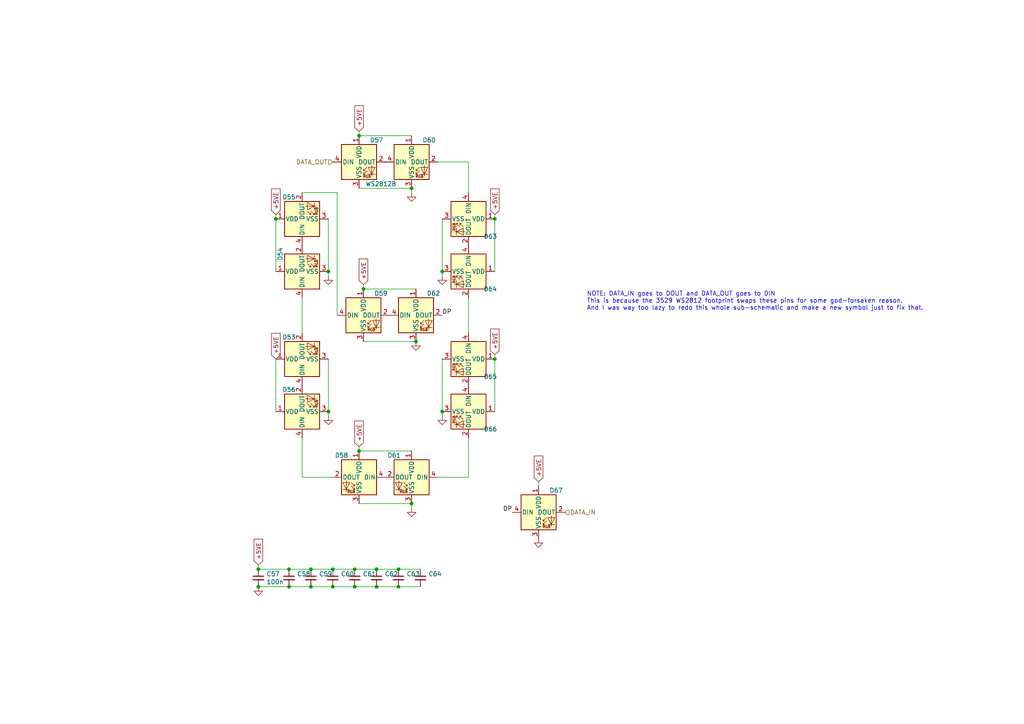
<source format=kicad_sch>
(kicad_sch (version 20230121) (generator eeschema)
  (paper "A4")
  (lib_symbols
    (symbol "Device:C_Small" (pin_numbers hide) (pin_names (offset 0.254) hide)
      (property "Reference" "C" (at 0.254 1.778 0))
      (property "Value" "C_Small" (at 0.254 -2.032 0))
      (symbol "C_Small_0_1"
        (polyline (pts (xy -1.524 -0.508) (xy 1.524 -0.508)) (stroke (width 0.3302)))
        (polyline (pts (xy -1.524 0.508) (xy 1.524 0.508)) (stroke (width 0.3048)))
      )
      (symbol "C_Small_1_1"
        (pin passive line (at 0 2.54 270) (length 2.032) (name "~") (number "1"))
        (pin passive line (at 0 -2.54 90) (length 2.032) (name "~") (number "2"))
      )
    )
    (symbol "LED:WS2812B" (pin_names (offset 0.254))
      (property "Reference" "D" (at 5.08 5.715 0))
      (property "Value" "WS2812B" (at 1.27 -5.715 0))
      (symbol "WS2812B_0_0"
        (text "RGB" (at 2.286 -4.191 0) (effects (font (size 0.762 0.762))))
      )
      (symbol "WS2812B_0_1"
        (polyline (pts (xy 1.27 -3.556) (xy 1.778 -3.556)))
        (polyline (pts (xy 1.27 -2.54) (xy 1.778 -2.54)))
        (polyline (pts (xy 4.699 -3.556) (xy 2.667 -3.556)))
        (polyline (pts (xy 2.286 -2.54) (xy 1.27 -3.556) (xy 1.27 -3.048)))
        (polyline (pts (xy 2.286 -1.524) (xy 1.27 -2.54) (xy 1.27 -2.032)))
        (polyline (pts (xy 3.683 -1.016) (xy 3.683 -3.556) (xy 3.683 -4.064)))
        (polyline (pts (xy 4.699 -1.524) (xy 2.667 -1.524) (xy 3.683 -3.556) (xy 4.699 -1.524)))
        (rectangle (start 5.08 5.08) (end -5.08 -5.08) (stroke (width 0.254)) (fill (type background)))
      )
      (symbol "WS2812B_1_1"
        (pin power_in line (at 0 7.62 270) (length 2.54) (name "VDD") (number "1"))
        (pin output line (at 7.62 0 180) (length 2.54) (name "DOUT") (number "2"))
        (pin power_in line (at 0 -7.62 90) (length 2.54) (name "VSS") (number "3"))
        (pin input line (at -7.62 0 0) (length 2.54) (name "DIN") (number "4"))
      )
    )
    (symbol "power:GND" (power) (pin_names (offset 0))
      (property "Value" "GND" (at 0 -3.81 0))
      (symbol "GND_0_1"
        (polyline (pts (xy 0 0) (xy 0 -1.27) (xy 1.27 -1.27) (xy 0 -2.54) (xy -1.27 -1.27) (xy 0 -1.27)))
      )
      (symbol "GND_1_1"
        (pin power_in line (at 0 0 270) (length 0) hide (name "GND") (number "1"))
      )
    )
  )
  (junction (at 105.41 83.82))
  (junction (at 128.27 119.38))
  (junction (at 119.38 54.61))
  (junction (at 115.57 170.18))
  (junction (at 102.87 165.1))
  (junction (at 128.27 78.74))
  (junction (at 143.51 63.5))
  (junction (at 90.17 165.1))
  (junction (at 119.38 146.05))
  (junction (at 96.52 165.1))
  (junction (at 74.93 170.18))
  (junction (at 95.25 119.38))
  (junction (at 83.82 170.18))
  (junction (at 83.82 165.1))
  (junction (at 104.14 39.37))
  (junction (at 95.25 78.74))
  (junction (at 102.87 170.18))
  (junction (at 96.52 170.18))
  (junction (at 109.22 170.18))
  (junction (at 109.22 165.1))
  (junction (at 80.01 63.5))
  (junction (at 90.17 170.18))
  (junction (at 104.14 130.81))
  (junction (at 143.51 104.14))
  (junction (at 115.57 165.1))
  (junction (at 120.65 99.06))
  (junction (at 74.93 165.1))
  (wire (pts (xy 74.93 165.1) (xy 83.82 165.1)))
  (wire (pts (xy 135.89 86.36) (xy 135.89 96.52)))
  (wire (pts (xy 87.63 138.43) (xy 87.63 127)))
  (wire (pts (xy 96.52 170.18) (xy 102.87 170.18)))
  (wire (pts (xy 87.63 55.88) (xy 97.79 55.88)))
  (wire (pts (xy 104.14 129.54) (xy 104.14 130.81)))
  (wire (pts (xy 80.01 62.23) (xy 80.01 63.5)))
  (wire (pts (xy 80.01 78.74) (xy 80.01 63.5)))
  (wire (pts (xy 135.89 127) (xy 135.89 138.43)))
  (wire (pts (xy 96.52 138.43) (xy 87.63 138.43)))
  (wire (pts (xy 104.14 130.81) (xy 119.38 130.81)))
  (wire (pts (xy 127 46.99) (xy 135.89 46.99)))
  (wire (pts (xy 104.14 39.37) (xy 119.38 39.37)))
  (wire (pts (xy 109.22 165.1) (xy 115.57 165.1)))
  (wire (pts (xy 128.27 104.14) (xy 128.27 119.38)))
  (wire (pts (xy 115.57 170.18) (xy 121.92 170.18)))
  (wire (pts (xy 95.25 78.74) (xy 95.25 63.5)))
  (wire (pts (xy 90.17 165.1) (xy 96.52 165.1)))
  (wire (pts (xy 97.79 91.44) (xy 97.79 55.88)))
  (wire (pts (xy 143.51 62.23) (xy 143.51 63.5)))
  (wire (pts (xy 83.82 165.1) (xy 90.17 165.1)))
  (wire (pts (xy 135.89 46.99) (xy 135.89 55.88)))
  (wire (pts (xy 87.63 86.36) (xy 87.63 96.52)))
  (wire (pts (xy 143.51 102.87) (xy 143.51 104.14)))
  (wire (pts (xy 90.17 170.18) (xy 96.52 170.18)))
  (wire (pts (xy 143.51 104.14) (xy 143.51 119.38)))
  (wire (pts (xy 115.57 165.1) (xy 121.92 165.1)))
  (wire (pts (xy 104.14 54.61) (xy 119.38 54.61)))
  (wire (pts (xy 102.87 165.1) (xy 109.22 165.1)))
  (wire (pts (xy 83.82 170.18) (xy 90.17 170.18)))
  (wire (pts (xy 156.21 139.7) (xy 156.21 140.97)))
  (wire (pts (xy 74.93 163.83) (xy 74.93 165.1)))
  (wire (pts (xy 95.25 119.38) (xy 95.25 120.65)))
  (wire (pts (xy 104.14 38.1) (xy 104.14 39.37)))
  (wire (pts (xy 119.38 54.61) (xy 119.38 55.88)))
  (wire (pts (xy 80.01 119.38) (xy 80.01 104.14)))
  (wire (pts (xy 119.38 146.05) (xy 104.14 146.05)))
  (wire (pts (xy 95.25 78.74) (xy 95.25 80.01)))
  (wire (pts (xy 74.93 170.18) (xy 83.82 170.18)))
  (wire (pts (xy 143.51 63.5) (xy 143.51 78.74)))
  (wire (pts (xy 109.22 170.18) (xy 115.57 170.18)))
  (wire (pts (xy 119.38 146.05) (xy 119.38 147.32)))
  (wire (pts (xy 105.41 82.55) (xy 105.41 83.82)))
  (wire (pts (xy 102.87 170.18) (xy 109.22 170.18)))
  (wire (pts (xy 135.89 138.43) (xy 127 138.43)))
  (wire (pts (xy 105.41 99.06) (xy 120.65 99.06)))
  (wire (pts (xy 105.41 83.82) (xy 120.65 83.82)))
  (wire (pts (xy 128.27 63.5) (xy 128.27 78.74)))
  (wire (pts (xy 128.27 119.38) (xy 128.27 120.65)))
  (wire (pts (xy 96.52 165.1) (xy 102.87 165.1)))
  (wire (pts (xy 95.25 119.38) (xy 95.25 104.14)))
  (wire (pts (xy 128.27 78.74) (xy 128.27 80.01)))
  (text "NOTE: DATA_IN goes to DOUT and DATA_OUT goes to DIN\nThis is because the 3529 WS2812 footprint swaps these pins for some god-forsaken reason.\nAnd I was way too lazy to redo this whole sub-schematic and make a new symbol just to fix that." (at 170.18 90.17 0) (effects (font (size 1.27 1.27)) (justify left bottom)))
  (label "DP" (at 148.59 148.59 180))
  (label "DP" (at 128.27 91.44 0))
  (global_label "+5VE" (shape input) (at 80.01 62.23 90) (property "Intersheetrefs" "${INTERSHEET_REFS}" (effects hide)))
  (global_label "+5VE" (shape input) (at 105.41 82.55 90) (property "Intersheetrefs" "${INTERSHEET_REFS}" (effects hide)))
  (global_label "+5VE" (shape input) (at 74.93 163.83 90) (property "Intersheetrefs" "${INTERSHEET_REFS}" (effects hide)))
  (global_label "+5VE" (shape input) (at 80.01 104.14 90) (property "Intersheetrefs" "${INTERSHEET_REFS}" (effects hide)))
  (global_label "+5VE" (shape input) (at 104.14 129.54 90) (property "Intersheetrefs" "${INTERSHEET_REFS}" (effects hide)))
  (global_label "+5VE" (shape input) (at 156.21 139.7 90) (property "Intersheetrefs" "${INTERSHEET_REFS}" (effects hide)))
  (global_label "+5VE" (shape input) (at 143.51 102.87 90) (property "Intersheetrefs" "${INTERSHEET_REFS}" (effects hide)))
  (global_label "+5VE" (shape input) (at 143.51 62.23 90) (property "Intersheetrefs" "${INTERSHEET_REFS}" (effects hide)))
  (global_label "+5VE" (shape input) (at 104.14 38.1 90) (property "Intersheetrefs" "${INTERSHEET_REFS}" (effects hide)))
  (hierarchical_label "DATA_OUT" (shape input) (at 96.52 46.99 180))
  (hierarchical_label "DATA_IN" (shape input) (at 163.83 148.59 0))
  (symbol (lib_id "power:GND") (at 128.27 120.65 0) (mirror y) (unit 1)
    (property "Reference" "#PWR0143" (effects hide))
    (property "Value" "GND" (effects hide))
    (instances (project "PCB" (path "" (reference "#PWR0143") (unit 1)) (path "" (reference "#PWR0133") (unit 1)) (path "" (reference "#PWR0153") (unit 1)) (path "" (reference "#PWR0163") (unit 1)) (path "" (reference "#PWR0173") (unit 1)) (path "" (reference "#PWR0183") (unit 1))))
  )
  (symbol (lib_id "LED:WS2812B") (at 156.21 148.59 0) (unit 1)
    (property "Reference" "D67" (at 161.29 142.24 0))
    (property "Value" "WS2812B" (effects hide))
    (property "Footprint" "LED_SMD:LED_WS2812B_PLCC4_5.0x5.0mm_P3.2mm" (effects hide))
    (property "Datasheet" "https://cdn-shop.adafruit.com/datasheets/WS2812B.pdf" (effects hide))
    (instances (project "PCB" (path "" (reference "D67") (unit 1)) (path "" (reference "D52") (unit 1)) (path "" (reference "D82") (unit 1)) (path "" (reference "D97") (unit 1)) (path "" (reference "D112") (unit 1)) (path "" (reference "D127") (unit 1))))
  )
  (symbol (lib_id "Device:C_Small") (at 102.87 167.64 0) (unit 1)
    (property "Reference" "C61" (at 105.2068 166.4716 0) (effects (justify left)))
    (property "Value" "100n" (effects hide))
    (property "Footprint" "Capacitor_SMD:C_0402_1005Metric" (effects hide))
    (property "LCSC" "C307331" (effects hide))
    (instances (project "PCB" (path "" (reference "C61") (unit 1)) (path "" (reference "C53") (unit 1)) (path "" (reference "C69") (unit 1)) (path "" (reference "C77") (unit 1)) (path "" (reference "C85") (unit 1)) (path "" (reference "C93") (unit 1))))
  )
  (symbol (lib_id "LED:WS2812B") (at 120.65 91.44 0) (unit 1)
    (property "Reference" "D62" (at 125.73 85.09 0))
    (property "Value" "WS2812B" (effects hide))
    (property "Footprint" "LED_SMD:LED_WS2812B_PLCC4_5.0x5.0mm_P3.2mm" (effects hide))
    (property "Datasheet" "https://cdn-shop.adafruit.com/datasheets/WS2812B.pdf" (effects hide))
    (instances (project "PCB" (path "" (reference "D62") (unit 1)) (path "" (reference "D47") (unit 1)) (path "" (reference "D77") (unit 1)) (path "" (reference "D92") (unit 1)) (path "" (reference "D107") (unit 1)) (path "" (reference "D122") (unit 1))))
  )
  (symbol (lib_id "LED:WS2812B") (at 104.14 46.99 0) (unit 1)
    (property "Reference" "D57" (at 109.22 40.64 0))
    (property "Value" "WS2812B" (at 110.49 53.34 0))
    (property "Footprint" "LED_SMD:LED_WS2812B_PLCC4_5.0x5.0mm_P3.2mm" (effects hide))
    (property "Datasheet" "https://cdn-shop.adafruit.com/datasheets/WS2812B.pdf" (effects hide))
    (instances (project "PCB" (path "" (reference "D57") (unit 1)) (path "" (reference "D42") (unit 1)) (path "" (reference "D72") (unit 1)) (path "" (reference "D87") (unit 1)) (path "" (reference "D102") (unit 1)) (path "" (reference "D117") (unit 1))))
  )
  (symbol (lib_id "power:GND") (at 119.38 55.88 0) (mirror y) (unit 1)
    (property "Reference" "#PWR0145" (effects hide))
    (property "Value" "GND" (effects hide))
    (instances (project "PCB" (path "" (reference "#PWR0145") (unit 1)) (path "" (reference "#PWR0135") (unit 1)) (path "" (reference "#PWR0155") (unit 1)) (path "" (reference "#PWR0165") (unit 1)) (path "" (reference "#PWR0175") (unit 1)) (path "" (reference "#PWR0185") (unit 1))))
  )
  (symbol (lib_id "LED:WS2812B") (at 135.89 119.38 270) (unit 1)
    (property "Reference" "D66" (at 142.24 124.46 90))
    (property "Value" "WS2812B" (effects hide))
    (property "Footprint" "LED_SMD:LED_WS2812B_PLCC4_5.0x5.0mm_P3.2mm" (effects hide))
    (property "Datasheet" "https://cdn-shop.adafruit.com/datasheets/WS2812B.pdf" (effects hide))
    (instances (project "PCB" (path "" (reference "D66") (unit 1)) (path "" (reference "D51") (unit 1)) (path "" (reference "D81") (unit 1)) (path "" (reference "D96") (unit 1)) (path "" (reference "D111") (unit 1)) (path "" (reference "D126") (unit 1))))
  )
  (symbol (lib_id "power:GND") (at 128.27 80.01 0) (mirror y) (unit 1)
    (property "Reference" "#PWR0144" (effects hide))
    (property "Value" "GND" (effects hide))
    (instances (project "PCB" (path "" (reference "#PWR0144") (unit 1)) (path "" (reference "#PWR0134") (unit 1)) (path "" (reference "#PWR0154") (unit 1)) (path "" (reference "#PWR0164") (unit 1)) (path "" (reference "#PWR0174") (unit 1)) (path "" (reference "#PWR0184") (unit 1))))
  )
  (symbol (lib_id "power:GND") (at 119.38 147.32 0) (mirror y) (unit 1)
    (property "Reference" "#PWR0146" (effects hide))
    (property "Value" "GND" (effects hide))
    (instances (project "PCB" (path "" (reference "#PWR0146") (unit 1)) (path "" (reference "#PWR0136") (unit 1)) (path "" (reference "#PWR0156") (unit 1)) (path "" (reference "#PWR0166") (unit 1)) (path "" (reference "#PWR0176") (unit 1)) (path "" (reference "#PWR0186") (unit 1))))
  )
  (symbol (lib_id "LED:WS2812B") (at 87.63 104.14 90) (unit 1)
    (property "Reference" "D55" (at 83.82 57.15 90))
    (property "Value" "WS2812B" (effects hide))
    (property "Footprint" "LED_SMD:LED_WS2812B_PLCC4_5.0x5.0mm_P3.2mm" (effects hide))
    (property "Datasheet" "https://cdn-shop.adafruit.com/datasheets/WS2812B.pdf" (effects hide))
    (instances (project "PCB" (path "" (reference "D55") (unit 1)) (path "" (reference "D40") (unit 1)) (path "" (reference "D70") (unit 1)) (path "" (reference "D85") (unit 1)) (path "" (reference "D100") (unit 1)) (path "" (reference "D115") (unit 1))))
  )
  (symbol (lib_id "LED:WS2812B") (at 105.41 91.44 0) (unit 1)
    (property "Reference" "D59" (at 110.49 85.09 0))
    (property "Value" "WS2812B" (effects hide))
    (property "Footprint" "LED_SMD:LED_WS2812B_PLCC4_5.0x5.0mm_P3.2mm" (effects hide))
    (property "Datasheet" "https://cdn-shop.adafruit.com/datasheets/WS2812B.pdf" (effects hide))
    (instances (project "PCB" (path "" (reference "D59") (unit 1)) (path "" (reference "D44") (unit 1)) (path "" (reference "D74") (unit 1)) (path "" (reference "D89") (unit 1)) (path "" (reference "D104") (unit 1)) (path "" (reference "D119") (unit 1))))
  )
  (symbol (lib_id "LED:WS2812B") (at 87.63 63.5 90) (unit 1)
    (property "Reference" "D53" (at 83.82 97.79 90))
    (property "Value" "WS2812B" (effects hide))
    (property "Footprint" "LED_SMD:LED_WS2812B_PLCC4_5.0x5.0mm_P3.2mm" (effects hide))
    (property "Datasheet" "https://cdn-shop.adafruit.com/datasheets/WS2812B.pdf" (effects hide))
    (instances (project "PCB" (path "" (reference "D53") (unit 1)) (path "" (reference "D38") (unit 1)) (path "" (reference "D68") (unit 1)) (path "" (reference "D83") (unit 1)) (path "" (reference "D98") (unit 1)) (path "" (reference "D113") (unit 1))))
  )
  (symbol (lib_id "power:GND") (at 95.25 120.65 0) (mirror y) (unit 1)
    (property "Reference" "#PWR0142" (effects hide))
    (property "Value" "GND" (effects hide))
    (instances (project "PCB" (path "" (reference "#PWR0142") (unit 1)) (path "" (reference "#PWR0132") (unit 1)) (path "" (reference "#PWR0152") (unit 1)) (path "" (reference "#PWR0162") (unit 1)) (path "" (reference "#PWR0172") (unit 1)) (path "" (reference "#PWR0182") (unit 1))))
  )
  (symbol (lib_id "Device:C_Small") (at 115.57 167.64 0) (unit 1)
    (property "Reference" "C63" (at 117.9068 166.4716 0) (effects (justify left)))
    (property "Value" "100n" (effects hide))
    (property "Footprint" "Capacitor_SMD:C_0402_1005Metric" (effects hide))
    (property "LCSC" "C307331" (effects hide))
    (instances (project "PCB" (path "" (reference "C63") (unit 1)) (path "" (reference "C55") (unit 1)) (path "" (reference "C71") (unit 1)) (path "" (reference "C79") (unit 1)) (path "" (reference "C87") (unit 1)) (path "" (reference "C95") (unit 1))))
  )
  (symbol (lib_id "LED:WS2812B") (at 87.63 78.74 90) (unit 1)
    (property "Reference" "D54" (at 81.28 73.66 0))
    (property "Value" "WS2812B" (effects hide))
    (property "Footprint" "LED_SMD:LED_WS2812B_PLCC4_5.0x5.0mm_P3.2mm" (effects hide))
    (property "Datasheet" "https://cdn-shop.adafruit.com/datasheets/WS2812B.pdf" (effects hide))
    (instances (project "PCB" (path "" (reference "D54") (unit 1)) (path "" (reference "D39") (unit 1)) (path "" (reference "D69") (unit 1)) (path "" (reference "D84") (unit 1)) (path "" (reference "D99") (unit 1)) (path "" (reference "D114") (unit 1))))
  )
  (symbol (lib_id "Device:C_Small") (at 74.93 167.64 0) (unit 1)
    (property "Reference" "C57" (at 77.2668 166.4716 0) (effects (justify left)))
    (property "Value" "100n" (at 77.2668 168.783 0) (effects (justify left)))
    (property "Footprint" "Capacitor_SMD:C_0402_1005Metric" (effects hide))
    (property "LCSC" "C307331" (effects hide))
    (instances (project "PCB" (path "" (reference "C57") (unit 1)) (path "" (reference "C49") (unit 1)) (path "" (reference "C65") (unit 1)) (path "" (reference "C73") (unit 1)) (path "" (reference "C81") (unit 1)) (path "" (reference "C89") (unit 1))))
  )
  (symbol (lib_id "power:GND") (at 74.93 170.18 0) (unit 1)
    (property "Reference" "#PWR0138" (effects hide))
    (property "Value" "GND" (effects hide))
    (instances (project "PCB" (path "" (reference "#PWR0138") (unit 1)) (path "" (reference "#PWR0128") (unit 1)) (path "" (reference "#PWR0148") (unit 1)) (path "" (reference "#PWR0158") (unit 1)) (path "" (reference "#PWR0168") (unit 1)) (path "" (reference "#PWR0178") (unit 1))))
  )
  (symbol (lib_id "LED:WS2812B") (at 135.89 104.14 270) (unit 1)
    (property "Reference" "D65" (at 142.24 109.22 90))
    (property "Value" "WS2812B" (effects hide))
    (property "Footprint" "LED_SMD:LED_WS2812B_PLCC4_5.0x5.0mm_P3.2mm" (effects hide))
    (property "Datasheet" "https://cdn-shop.adafruit.com/datasheets/WS2812B.pdf" (effects hide))
    (instances (project "PCB" (path "" (reference "D65") (unit 1)) (path "" (reference "D50") (unit 1)) (path "" (reference "D80") (unit 1)) (path "" (reference "D95") (unit 1)) (path "" (reference "D110") (unit 1)) (path "" (reference "D125") (unit 1))))
  )
  (symbol (lib_id "Device:C_Small") (at 83.82 167.64 0) (unit 1)
    (property "Reference" "C58" (at 86.1568 166.4716 0) (effects (justify left)))
    (property "Value" "100n" (effects hide))
    (property "Footprint" "Capacitor_SMD:C_0402_1005Metric" (effects hide))
    (property "LCSC" "C307331" (effects hide))
    (instances (project "PCB" (path "" (reference "C58") (unit 1)) (path "" (reference "C50") (unit 1)) (path "" (reference "C66") (unit 1)) (path "" (reference "C74") (unit 1)) (path "" (reference "C82") (unit 1)) (path "" (reference "C90") (unit 1))))
  )
  (symbol (lib_id "LED:WS2812B") (at 119.38 46.99 0) (unit 1)
    (property "Reference" "D60" (at 124.46 40.64 0))
    (property "Value" "WS2812B" (effects hide))
    (property "Footprint" "LED_SMD:LED_WS2812B_PLCC4_5.0x5.0mm_P3.2mm" (effects hide))
    (property "Datasheet" "https://cdn-shop.adafruit.com/datasheets/WS2812B.pdf" (effects hide))
    (instances (project "PCB" (path "" (reference "D60") (unit 1)) (path "" (reference "D45") (unit 1)) (path "" (reference "D75") (unit 1)) (path "" (reference "D90") (unit 1)) (path "" (reference "D105") (unit 1)) (path "" (reference "D120") (unit 1))))
  )
  (symbol (lib_id "Device:C_Small") (at 96.52 167.64 0) (unit 1)
    (property "Reference" "C60" (at 98.8568 166.4716 0) (effects (justify left)))
    (property "Value" "100n" (effects hide))
    (property "Footprint" "Capacitor_SMD:C_0402_1005Metric" (effects hide))
    (property "LCSC" "C307331" (effects hide))
    (instances (project "PCB" (path "" (reference "C60") (unit 1)) (path "" (reference "C52") (unit 1)) (path "" (reference "C68") (unit 1)) (path "" (reference "C76") (unit 1)) (path "" (reference "C84") (unit 1)) (path "" (reference "C92") (unit 1))))
  )
  (symbol (lib_id "power:GND") (at 120.65 99.06 0) (mirror y) (unit 1)
    (property "Reference" "#PWR0139" (effects hide))
    (property "Value" "GND" (effects hide))
    (instances (project "PCB" (path "" (reference "#PWR0139") (unit 1)) (path "" (reference "#PWR0129") (unit 1)) (path "" (reference "#PWR0149") (unit 1)) (path "" (reference "#PWR0159") (unit 1)) (path "" (reference "#PWR0169") (unit 1)) (path "" (reference "#PWR0179") (unit 1))))
  )
  (symbol (lib_id "LED:WS2812B") (at 87.63 119.38 90) (unit 1)
    (property "Reference" "D56" (at 83.82 113.03 90))
    (property "Value" "WS2812B" (effects hide))
    (property "Footprint" "LED_SMD:LED_WS2812B_PLCC4_5.0x5.0mm_P3.2mm" (effects hide))
    (property "Datasheet" "https://cdn-shop.adafruit.com/datasheets/WS2812B.pdf" (effects hide))
    (instances (project "PCB" (path "" (reference "D56") (unit 1)) (path "" (reference "D41") (unit 1)) (path "" (reference "D71") (unit 1)) (path "" (reference "D86") (unit 1)) (path "" (reference "D101") (unit 1)) (path "" (reference "D116") (unit 1))))
  )
  (symbol (lib_id "LED:WS2812B") (at 135.89 63.5 270) (unit 1)
    (property "Reference" "D63" (at 142.24 68.58 90))
    (property "Value" "WS2812B" (effects hide))
    (property "Footprint" "LED_SMD:LED_WS2812B_PLCC4_5.0x5.0mm_P3.2mm" (effects hide))
    (property "Datasheet" "https://cdn-shop.adafruit.com/datasheets/WS2812B.pdf" (effects hide))
    (instances (project "PCB" (path "" (reference "D63") (unit 1)) (path "" (reference "D48") (unit 1)) (path "" (reference "D78") (unit 1)) (path "" (reference "D93") (unit 1)) (path "" (reference "D108") (unit 1)) (path "" (reference "D123") (unit 1))))
  )
  (symbol (lib_id "Device:C_Small") (at 109.22 167.64 0) (unit 1)
    (property "Reference" "C62" (at 111.5568 166.4716 0) (effects (justify left)))
    (property "Value" "100n" (effects hide))
    (property "Footprint" "Capacitor_SMD:C_0402_1005Metric" (effects hide))
    (property "LCSC" "C307331" (effects hide))
    (instances (project "PCB" (path "" (reference "C62") (unit 1)) (path "" (reference "C54") (unit 1)) (path "" (reference "C70") (unit 1)) (path "" (reference "C78") (unit 1)) (path "" (reference "C86") (unit 1)) (path "" (reference "C94") (unit 1))))
  )
  (symbol (lib_id "LED:WS2812B") (at 135.89 78.74 270) (unit 1)
    (property "Reference" "D64" (at 142.24 83.82 90))
    (property "Value" "WS2812B" (effects hide))
    (property "Footprint" "LED_SMD:LED_WS2812B_PLCC4_5.0x5.0mm_P3.2mm" (effects hide))
    (property "Datasheet" "https://cdn-shop.adafruit.com/datasheets/WS2812B.pdf" (effects hide))
    (instances (project "PCB" (path "" (reference "D64") (unit 1)) (path "" (reference "D49") (unit 1)) (path "" (reference "D79") (unit 1)) (path "" (reference "D94") (unit 1)) (path "" (reference "D109") (unit 1)) (path "" (reference "D124") (unit 1))))
  )
  (symbol (lib_id "LED:WS2812B") (at 119.38 138.43 0) (mirror y) (unit 1)
    (property "Reference" "D61" (at 114.3 132.08 0))
    (property "Value" "WS2812B" (effects hide))
    (property "Footprint" "LED_SMD:LED_WS2812B_PLCC4_5.0x5.0mm_P3.2mm" (effects hide))
    (property "Datasheet" "https://cdn-shop.adafruit.com/datasheets/WS2812B.pdf" (effects hide))
    (instances (project "PCB" (path "" (reference "D61") (unit 1)) (path "" (reference "D46") (unit 1)) (path "" (reference "D76") (unit 1)) (path "" (reference "D91") (unit 1)) (path "" (reference "D106") (unit 1)) (path "" (reference "D121") (unit 1))))
  )
  (symbol (lib_id "Device:C_Small") (at 90.17 167.64 0) (unit 1)
    (property "Reference" "C59" (at 92.5068 166.4716 0) (effects (justify left)))
    (property "Value" "100n" (effects hide))
    (property "Footprint" "Capacitor_SMD:C_0402_1005Metric" (effects hide))
    (property "LCSC" "C307331" (effects hide))
    (instances (project "PCB" (path "" (reference "C59") (unit 1)) (path "" (reference "C51") (unit 1)) (path "" (reference "C67") (unit 1)) (path "" (reference "C75") (unit 1)) (path "" (reference "C83") (unit 1)) (path "" (reference "C91") (unit 1))))
  )
  (symbol (lib_id "LED:WS2812B") (at 104.14 138.43 0) (mirror y) (unit 1)
    (property "Reference" "D58" (at 99.06 132.08 0))
    (property "Value" "WS2812B" (effects hide))
    (property "Footprint" "LED_SMD:LED_WS2812B_PLCC4_5.0x5.0mm_P3.2mm" (effects hide))
    (property "Datasheet" "https://cdn-shop.adafruit.com/datasheets/WS2812B.pdf" (effects hide))
    (instances (project "PCB" (path "" (reference "D58") (unit 1)) (path "" (reference "D43") (unit 1)) (path "" (reference "D73") (unit 1)) (path "" (reference "D88") (unit 1)) (path "" (reference "D103") (unit 1)) (path "" (reference "D118") (unit 1))))
  )
  (symbol (lib_id "power:GND") (at 156.21 156.21 0) (mirror y) (unit 1)
    (property "Reference" "#PWR0147" (effects hide))
    (property "Value" "GND" (effects hide))
    (instances (project "PCB" (path "" (reference "#PWR0147") (unit 1)) (path "" (reference "#PWR0137") (unit 1)) (path "" (reference "#PWR0157") (unit 1)) (path "" (reference "#PWR0167") (unit 1)) (path "" (reference "#PWR0177") (unit 1)) (path "" (reference "#PWR0187") (unit 1))))
  )
  (symbol (lib_id "power:GND") (at 95.25 80.01 0) (mirror y) (unit 1)
    (property "Reference" "#PWR0140" (effects hide))
    (property "Value" "GND" (effects hide))
    (instances (project "PCB" (path "" (reference "#PWR0140") (unit 1)) (path "" (reference "#PWR0130") (unit 1)) (path "" (reference "#PWR0150") (unit 1)) (path "" (reference "#PWR0160") (unit 1)) (path "" (reference "#PWR0170") (unit 1)) (path "" (reference "#PWR0180") (unit 1))))
  )
  (symbol (lib_id "Device:C_Small") (at 121.92 167.64 0) (unit 1)
    (property "Reference" "C64" (at 124.2568 166.4716 0) (effects (justify left)))
    (property "Value" "100n" (effects hide))
    (property "Footprint" "Capacitor_SMD:C_0402_1005Metric" (effects hide))
    (property "LCSC" "C307331" (effects hide))
    (instances (project "PCB" (path "" (reference "C64") (unit 1)) (path "" (reference "C56") (unit 1)) (path "" (reference "C72") (unit 1)) (path "" (reference "C80") (unit 1)) (path "" (reference "C88") (unit 1)) (path "" (reference "C96") (unit 1))))
  )
)
</source>
